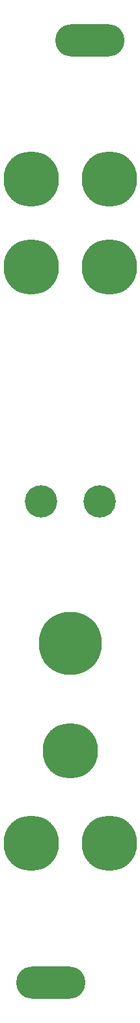
<source format=gbs>
G04 #@! TF.GenerationSoftware,KiCad,Pcbnew,9.0.7*
G04 #@! TF.CreationDate,2026-01-04T21:32:23+01:00*
G04 #@! TF.ProjectId,board_F,626f6172-645f-4462-9e6b-696361645f70,rev?*
G04 #@! TF.SameCoordinates,Original*
G04 #@! TF.FileFunction,Soldermask,Bot*
G04 #@! TF.FilePolarity,Negative*
%FSLAX46Y46*%
G04 Gerber Fmt 4.6, Leading zero omitted, Abs format (unit mm)*
G04 Created by KiCad (PCBNEW 9.0.7) date 2026-01-04 21:32:23*
%MOMM*%
%LPD*%
G01*
G04 APERTURE LIST*
%ADD10C,7.200000*%
%ADD11C,4.200000*%
%ADD12C,8.200000*%
%ADD13O,9.000000X4.200000*%
G04 APERTURE END LIST*
D10*
G04 #@! TO.C,H6*
X155080000Y-68250000D03*
G04 #@! TD*
G04 #@! TO.C,H2*
X144920000Y-68250000D03*
G04 #@! TD*
D11*
G04 #@! TO.C,H9*
X153810000Y-98730000D03*
G04 #@! TD*
D12*
G04 #@! TO.C,H10*
X150000000Y-117145000D03*
G04 #@! TD*
D10*
G04 #@! TO.C,H3*
X150000000Y-131115000D03*
G04 #@! TD*
G04 #@! TO.C,H5*
X155080000Y-56820000D03*
G04 #@! TD*
G04 #@! TO.C,H7*
X155080000Y-143180000D03*
G04 #@! TD*
D11*
G04 #@! TO.C,H8*
X146190000Y-98730000D03*
G04 #@! TD*
D13*
G04 #@! TO.C,B3*
X147460000Y-161250000D03*
X152540000Y-38750000D03*
G04 #@! TD*
D10*
G04 #@! TO.C,H1*
X144920000Y-56820000D03*
G04 #@! TD*
G04 #@! TO.C,H4*
X144920000Y-143180000D03*
G04 #@! TD*
M02*

</source>
